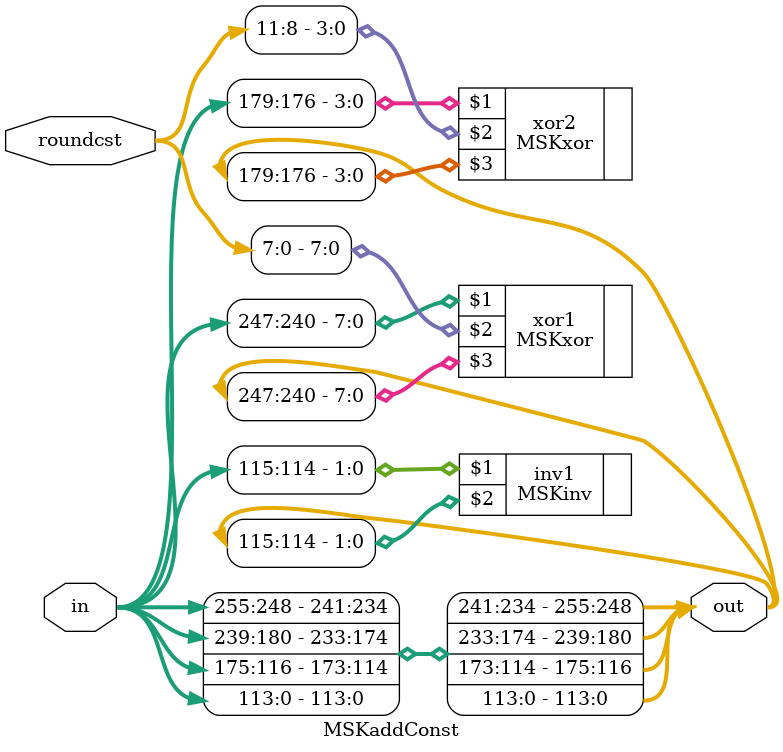
<source format=v>
`timescale 1ns / 1ps
module MSKaddConst#(parameter d = 2) (in, roundcst, out);
input [128*d-1 : 0] in;
input [6*d-1 : 0] roundcst;
output [128*d-1 : 0] out;

MSKxor  #(.d(d), .count(4)) xor1 (in[124*d-1 : 120*d], roundcst[4*d-1: 0], out[124*d-1 : 120*d]);
MSKxor  #(.d(d), .count(2)) xor2 (in[90*d-1 : 88*d], roundcst[6*d-1 : 4*d], out[90*d-1 : 88*d]);
MSKinv  #(.d(d)) inv1 (in[58*d-1 : 57*d], out[58*d -1 : 57*d]);
assign out[128*d - 1 : 124*d] = in[128*d - 1 : 124*d];
assign out[120*d - 1 : 90*d] = in[120*d - 1 : 90*d];
assign out[88*d - 1 : 58*d] = in[88*d - 1 : 58*d];
assign out[57*d - 1 : 0*d] = in[57*d - 1 : 0*d];

endmodule
</source>
